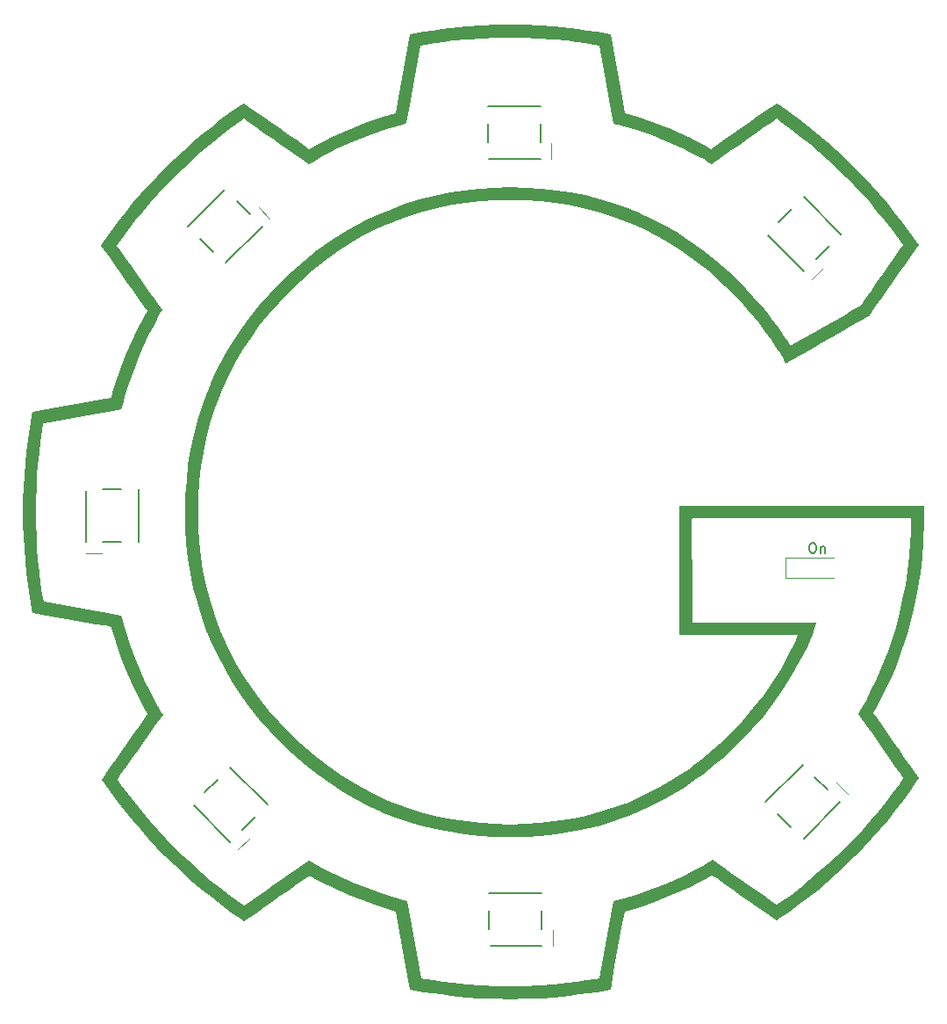
<source format=gbr>
G04 #@! TF.GenerationSoftware,KiCad,Pcbnew,6.0.0-rc1-unknown-7b10490~66~ubuntu16.04.1*
G04 #@! TF.CreationDate,2018-10-31T12:07:25-07:00*
G04 #@! TF.ProjectId,HG_002,48475f30-3032-42e6-9b69-6361645f7063,rev?*
G04 #@! TF.SameCoordinates,Original*
G04 #@! TF.FileFunction,Legend,Top*
G04 #@! TF.FilePolarity,Positive*
%FSLAX46Y46*%
G04 Gerber Fmt 4.6, Leading zero omitted, Abs format (unit mm)*
G04 Created by KiCad (PCBNEW 6.0.0-rc1-unknown-7b10490~66~ubuntu16.04.1) date Wed 31 Oct 2018 12:07:25 PM MST*
%MOMM*%
%LPD*%
G01*
G04 APERTURE LIST*
%ADD10C,0.120000*%
%ADD11C,0.050000*%
%ADD12C,0.152400*%
%ADD13C,0.100000*%
%ADD14C,0.150000*%
G04 APERTURE END LIST*
D10*
G04 #@! TO.C,On*
X175335000Y-101920000D02*
X175335000Y-103820000D01*
X175335000Y-103820000D02*
X180035000Y-103820000D01*
X175335000Y-101920000D02*
X180035000Y-101920000D01*
D11*
G04 #@! TO.C,LED1*
X178978078Y-73966291D02*
X177917417Y-75026951D01*
D12*
X175972167Y-68288931D02*
X174714931Y-69546167D01*
X177139600Y-74305702D02*
X173637300Y-70803403D01*
X177139600Y-67121498D02*
X180731702Y-70713600D01*
X179564269Y-71881033D02*
X178307033Y-73138269D01*
G04 #@! TO.C,LED2*
X151714200Y-60071000D02*
X151714200Y-61849000D01*
X146634200Y-58420000D02*
X151714200Y-58420000D01*
X151714200Y-63500000D02*
X146761200Y-63500000D01*
X146634200Y-60071000D02*
X146634200Y-61849000D01*
D11*
X152774200Y-61960000D02*
X152774200Y-63460000D01*
D12*
G04 #@! TO.C,LED3*
X122452433Y-67552331D02*
X123709669Y-68809567D01*
X117692898Y-69977000D02*
X121285000Y-66384898D01*
X124877102Y-69977000D02*
X121374803Y-73479300D01*
X118860331Y-71144433D02*
X120117567Y-72401669D01*
D11*
X124537691Y-68138522D02*
X125598351Y-69199183D01*
D12*
G04 #@! TO.C,LED4*
X111277400Y-100380800D02*
X109499400Y-100380800D01*
X112928400Y-95300800D02*
X112928400Y-100380800D01*
X107848400Y-100380800D02*
X107848400Y-95427800D01*
X111277400Y-95300800D02*
X109499400Y-95300800D01*
D11*
X109388400Y-101440800D02*
X107888400Y-101440800D01*
G04 #@! TO.C,LED5*
X123608102Y-128961249D02*
X122547441Y-130021909D01*
D12*
X120602191Y-123283889D02*
X119344955Y-124541125D01*
X121769624Y-129300660D02*
X118267324Y-125798361D01*
X121769624Y-122116456D02*
X125361726Y-125708558D01*
X124194293Y-126875991D02*
X122937057Y-128133227D01*
G04 #@! TO.C,LED6*
X151841200Y-135915400D02*
X151841200Y-137693400D01*
X146761200Y-134264400D02*
X151841200Y-134264400D01*
X151841200Y-139344400D02*
X146888200Y-139344400D01*
X146761200Y-135915400D02*
X146761200Y-137693400D01*
D11*
X152901200Y-137804400D02*
X152901200Y-139304400D01*
G04 #@! TO.C,LED7*
X180265291Y-123612122D02*
X181325951Y-124672783D01*
D12*
X174587931Y-126618033D02*
X175845167Y-127875269D01*
X180604702Y-125450600D02*
X177102403Y-128952900D01*
X173420498Y-125450600D02*
X177012600Y-121858498D01*
X178180033Y-123025931D02*
X179437269Y-124283167D01*
D13*
G04 #@! TO.C,svg2mod*
G36*
X148792460Y-50519130D02*
X150161738Y-51773940D01*
X151554316Y-51830540D01*
X152966426Y-51924240D01*
X154392207Y-52057060D01*
X155202754Y-52162520D01*
X156044551Y-52289480D01*
X156919551Y-52437920D01*
X157409785Y-52529720D01*
X157675410Y-53992610D01*
X158015254Y-55877380D01*
X158357051Y-57762140D01*
X158767207Y-60035580D01*
X159150019Y-60135180D01*
X160720332Y-60586350D01*
X162298457Y-61125420D01*
X163878535Y-61748460D01*
X165466426Y-62459400D01*
X166228144Y-62846120D01*
X166890254Y-63195730D01*
X167442988Y-63502370D01*
X167880488Y-63762130D01*
X168226191Y-63976980D01*
X170132441Y-62642990D01*
X170917598Y-62094160D01*
X171704707Y-61545340D01*
X172489863Y-60996510D01*
X173275019Y-60445730D01*
X174062129Y-59896900D01*
X174493769Y-59596120D01*
X175046504Y-59978930D01*
X175941035Y-60633230D01*
X176827754Y-61314870D01*
X177706660Y-62027760D01*
X178577754Y-62769950D01*
X179441035Y-63543380D01*
X180298457Y-64344160D01*
X180939082Y-64971120D01*
X181064116Y-65090840D01*
X181197986Y-65228040D01*
X181329702Y-65355880D01*
X181935171Y-65976980D01*
X182704702Y-66801200D01*
X183456655Y-67642990D01*
X184191030Y-68502370D01*
X184905874Y-69381270D01*
X185603139Y-70275810D01*
X186282827Y-71189870D01*
X186696889Y-71773850D01*
X186398061Y-72201590D01*
X185847280Y-72986740D01*
X185298452Y-73773850D01*
X184749624Y-74559010D01*
X184200796Y-75344160D01*
X183650014Y-76129320D01*
X183101186Y-76916430D01*
X182630483Y-77590260D01*
X181829702Y-78059010D01*
X180907827Y-78594160D01*
X179978139Y-79125420D01*
X179044546Y-79656660D01*
X178107046Y-80187920D01*
X177169546Y-80717210D01*
X176233999Y-81244560D01*
X175821889Y-81478930D01*
X175579702Y-81090260D01*
X175284780Y-80639090D01*
X174982046Y-80189870D01*
X174669546Y-79740650D01*
X174347280Y-79291430D01*
X174015249Y-78846120D01*
X173673452Y-78398850D01*
X173671452Y-78396850D01*
X173667552Y-78392850D01*
X173306223Y-77945590D01*
X173306223Y-77943590D01*
X172948802Y-77515860D01*
X172599192Y-77107660D01*
X172255442Y-76717030D01*
X171917552Y-76347890D01*
X171587473Y-75998280D01*
X171261302Y-75666250D01*
X170954661Y-75367420D01*
X170942941Y-75355720D01*
X170407785Y-74826430D01*
X169841379Y-74295180D01*
X168657785Y-73261970D01*
X167403879Y-72269790D01*
X166081613Y-71316660D01*
X166075713Y-71312660D01*
X166069813Y-71308660D01*
X164817860Y-70519600D01*
X163603016Y-69816470D01*
X162421376Y-69199280D01*
X161274891Y-68669990D01*
X161265091Y-68665990D01*
X161026809Y-68572290D01*
X160798294Y-68482490D01*
X160567825Y-68392590D01*
X160343216Y-68302790D01*
X160339316Y-68300790D01*
X158946738Y-67785160D01*
X157519004Y-67341800D01*
X156060020Y-66974610D01*
X154577598Y-66683600D01*
X153222129Y-66470710D01*
X151806113Y-66320320D01*
X150329551Y-66230520D01*
X148792442Y-66199320D01*
X147265098Y-66230520D01*
X145792442Y-66320320D01*
X144372520Y-66470710D01*
X143007285Y-66683600D01*
X141513145Y-66976570D01*
X140048301Y-67349610D01*
X138620566Y-67802740D01*
X137233848Y-68333990D01*
X137015098Y-68419890D01*
X136786582Y-68509690D01*
X136556113Y-68599490D01*
X136319785Y-68693190D01*
X136311985Y-68697190D01*
X135103000Y-69244070D01*
X133899875Y-69863210D01*
X132702610Y-70552660D01*
X131509250Y-71310470D01*
X131505350Y-71312470D01*
X131501450Y-71316470D01*
X130179184Y-72269600D01*
X128925278Y-73261780D01*
X127741684Y-74294990D01*
X126628403Y-75369210D01*
X125554184Y-76488350D01*
X124546372Y-77636780D01*
X123606919Y-78812570D01*
X122735825Y-80013740D01*
X121931137Y-81240300D01*
X121196762Y-82492250D01*
X120532700Y-83769600D01*
X119935044Y-85072330D01*
X119935044Y-85074330D01*
X119888174Y-85183710D01*
X119843254Y-85291130D01*
X119798334Y-85398550D01*
X119753414Y-85507930D01*
X119708494Y-85615350D01*
X119663574Y-85722770D01*
X119616704Y-85830190D01*
X119569834Y-85943470D01*
X119567834Y-85949470D01*
X119067834Y-87299080D01*
X118636194Y-88676040D01*
X118269006Y-90080330D01*
X117970178Y-91510020D01*
X117737756Y-92967050D01*
X117571740Y-94451430D01*
X117472130Y-95961190D01*
X117438930Y-97498300D01*
X117470180Y-99015880D01*
X117567840Y-100510020D01*
X117729950Y-101980720D01*
X117954559Y-103427990D01*
X118247528Y-104853770D01*
X118602996Y-106254160D01*
X119024871Y-107633070D01*
X119509246Y-108986580D01*
X119515146Y-108996580D01*
X119571786Y-109129390D01*
X119622566Y-109250490D01*
X119675296Y-109371580D01*
X119728026Y-109494630D01*
X119778806Y-109615720D01*
X119831536Y-109736810D01*
X119884266Y-109859860D01*
X119936996Y-109980950D01*
X119936996Y-109982950D01*
X120550277Y-111309120D01*
X121229965Y-112602090D01*
X121972152Y-113861850D01*
X122776839Y-115088420D01*
X123645980Y-116281770D01*
X124579574Y-117441930D01*
X125575668Y-118568880D01*
X126626449Y-119652870D01*
X127794418Y-120791540D01*
X129003402Y-121848180D01*
X130253402Y-122822790D01*
X131542465Y-123717320D01*
X132704574Y-124475130D01*
X133901839Y-125178260D01*
X135118636Y-125822790D01*
X136358871Y-126406770D01*
X136374501Y-126414770D01*
X136614735Y-126504570D01*
X136837391Y-126588570D01*
X137060048Y-126670570D01*
X137282704Y-126754570D01*
X138710438Y-127266290D01*
X140151844Y-127703790D01*
X141595204Y-128063170D01*
X143044423Y-128344410D01*
X144437001Y-128565120D01*
X145864735Y-128725270D01*
X147317860Y-128820970D01*
X148792470Y-128852170D01*
X150269032Y-128820970D01*
X151724110Y-128725270D01*
X153161610Y-128565120D01*
X154575673Y-128342460D01*
X156073720Y-128049490D01*
X157552235Y-127682310D01*
X159001454Y-127240900D01*
X160423329Y-126723320D01*
X160427229Y-126721320D01*
X160634260Y-126635420D01*
X160835432Y-126553420D01*
X161036604Y-126469420D01*
X161247542Y-126381520D01*
X161255342Y-126379520D01*
X162460420Y-125809210D01*
X163663545Y-125182260D01*
X164265108Y-124844360D01*
X164866670Y-124494760D01*
X165466280Y-124127570D01*
X166067842Y-123746710D01*
X166073742Y-123740710D01*
X166081542Y-123736710D01*
X166733886Y-123275780D01*
X167374511Y-122801170D01*
X168001464Y-122312890D01*
X168616698Y-121810930D01*
X169220214Y-121293350D01*
X169812011Y-120762100D01*
X170390136Y-120215230D01*
X170952636Y-119658590D01*
X172114745Y-118441790D01*
X173198730Y-117193740D01*
X174204589Y-115916400D01*
X175132323Y-114607810D01*
X175979980Y-113269920D01*
X176747558Y-111900780D01*
X177435058Y-110502340D01*
X178044433Y-109074600D01*
X178050333Y-109059000D01*
X178058133Y-109033600D01*
X178062033Y-109023600D01*
X178065933Y-109013600D01*
X178069833Y-109001900D01*
X178071833Y-108991900D01*
X178075733Y-108981900D01*
X178079633Y-108970200D01*
X178356977Y-108144030D01*
X176024945Y-108144030D01*
X174554242Y-108144030D01*
X173083539Y-108144030D01*
X171612836Y-108144030D01*
X170142133Y-108144030D01*
X168671430Y-108144030D01*
X167200727Y-108144030D01*
X166353070Y-108144030D01*
X166353070Y-107948710D01*
X166351070Y-106593240D01*
X166347170Y-104884260D01*
X166339370Y-103009260D01*
X166335470Y-101147930D01*
X166333470Y-100280740D01*
X166333470Y-99487780D01*
X166335470Y-98790510D01*
X166337470Y-98212390D01*
X166339470Y-98116690D01*
X167130486Y-98116690D01*
X168528924Y-98116690D01*
X169929314Y-98116690D01*
X171327752Y-98116690D01*
X172728142Y-98116690D01*
X174126580Y-98116690D01*
X175526970Y-98116690D01*
X176925408Y-98116690D01*
X178325799Y-98116690D01*
X179724236Y-98116690D01*
X181124627Y-98116690D01*
X182523064Y-98116690D01*
X183923455Y-98116690D01*
X185321892Y-98116690D01*
X186722283Y-98116690D01*
X187495720Y-98116690D01*
X187495720Y-98220210D01*
X187478140Y-98937010D01*
X187448840Y-99651850D01*
X187407820Y-100360830D01*
X187290632Y-101770990D01*
X187126570Y-103165520D01*
X186913679Y-104544430D01*
X186655867Y-105909660D01*
X186349226Y-107259270D01*
X185995710Y-108593250D01*
X185997710Y-108591250D01*
X185667632Y-109667420D01*
X185312163Y-110724060D01*
X184927397Y-111757270D01*
X184513335Y-112768990D01*
X184071928Y-113759220D01*
X183603178Y-114726020D01*
X183107085Y-115673280D01*
X182581694Y-116597110D01*
X182380522Y-116940860D01*
X183153960Y-118048280D01*
X183698882Y-118831490D01*
X184245756Y-119612740D01*
X184790678Y-120395940D01*
X185337553Y-121177190D01*
X185882475Y-121960390D01*
X186427397Y-122741640D01*
X186728178Y-123171330D01*
X186343413Y-123724060D01*
X185689116Y-124618600D01*
X185007475Y-125503360D01*
X184294585Y-126382270D01*
X183552397Y-127255310D01*
X182778960Y-128118600D01*
X181978178Y-128976020D01*
X181150053Y-129821720D01*
X180277006Y-130665470D01*
X179403960Y-131476020D01*
X178528960Y-132251410D01*
X177657866Y-132991640D01*
X176784819Y-133700630D01*
X175913725Y-134374460D01*
X175042632Y-135013130D01*
X174519194Y-135376410D01*
X174095366Y-135081490D01*
X173316069Y-134538520D01*
X172536772Y-133997500D01*
X171759428Y-133454530D01*
X170980132Y-132911560D01*
X170200835Y-132368600D01*
X169423491Y-131827580D01*
X168333647Y-131067810D01*
X167679350Y-131417420D01*
X167359038Y-131587350D01*
X167038725Y-131757270D01*
X166720366Y-131927190D01*
X166400053Y-132099060D01*
X166079741Y-132268990D01*
X165759428Y-132438910D01*
X165441069Y-132608830D01*
X164685210Y-132956490D01*
X163900053Y-133296330D01*
X162319975Y-133915470D01*
X160726225Y-134458440D01*
X159120756Y-134921330D01*
X158737944Y-135020930D01*
X158335600Y-137288510D01*
X158001616Y-139165460D01*
X157667632Y-141044370D01*
X157411772Y-142479910D01*
X156985991Y-142542410D01*
X156116850Y-142667410D01*
X155247710Y-142792410D01*
X154378569Y-142917410D01*
X152966460Y-143046320D01*
X151554350Y-143142020D01*
X150161772Y-143198620D01*
X148792632Y-143218120D01*
X147435210Y-143198620D01*
X147433210Y-143198620D01*
X146050398Y-143142020D01*
X144644148Y-143046320D01*
X143233992Y-142917410D01*
X142364851Y-142792410D01*
X141495710Y-142667410D01*
X140626570Y-142542410D01*
X140200789Y-142479910D01*
X139944929Y-141036550D01*
X139610945Y-139151790D01*
X139276960Y-137268980D01*
X138874617Y-134995540D01*
X138493757Y-134893980D01*
X136823836Y-134409600D01*
X135208601Y-133860770D01*
X133651960Y-133247490D01*
X132157820Y-132573660D01*
X132150020Y-132569660D01*
X131382442Y-132180990D01*
X130716427Y-131835280D01*
X130161739Y-131536450D01*
X129718380Y-131286450D01*
X129376583Y-131085280D01*
X127485958Y-132403640D01*
X126704708Y-132950520D01*
X125921505Y-133495440D01*
X125140255Y-134042310D01*
X124357052Y-134587240D01*
X123575802Y-135134110D01*
X123144161Y-135434890D01*
X122601192Y-135059890D01*
X121714473Y-134413410D01*
X120825802Y-133733720D01*
X119939083Y-133018880D01*
X119054317Y-132270830D01*
X118169552Y-131489580D01*
X117286739Y-130673170D01*
X116405880Y-129821610D01*
X115587520Y-128973950D01*
X114794552Y-128118490D01*
X114030880Y-127259110D01*
X113296505Y-126397780D01*
X112593380Y-125534500D01*
X111921505Y-124669270D01*
X111280880Y-123802080D01*
X110915645Y-123282550D01*
X111214473Y-122854810D01*
X111763302Y-122073560D01*
X112312130Y-121290360D01*
X112862911Y-120509110D01*
X113411739Y-119725910D01*
X113960567Y-118944660D01*
X114509395Y-118161450D01*
X115288692Y-117052080D01*
X115085567Y-116708330D01*
X114540645Y-115757160D01*
X114028927Y-114788410D01*
X113548458Y-113800130D01*
X113099239Y-112796220D01*
X112681270Y-111772780D01*
X112294552Y-110731770D01*
X111939083Y-109671220D01*
X111616817Y-108593090D01*
X111614817Y-108591090D01*
X111585517Y-108493490D01*
X111558177Y-108399790D01*
X111530837Y-108306090D01*
X111503497Y-108210390D01*
X111474197Y-108116690D01*
X111446857Y-108022990D01*
X111419517Y-107929290D01*
X111282798Y-107466400D01*
X109960532Y-107237890D01*
X109019126Y-107075780D01*
X108077720Y-106911710D01*
X107134361Y-106747650D01*
X106192955Y-106585540D01*
X105249595Y-106421480D01*
X104308189Y-106257420D01*
X103794517Y-106169520D01*
X103675377Y-105487880D01*
X103507408Y-104374600D01*
X103366783Y-103253500D01*
X103251548Y-102122640D01*
X103161704Y-100980060D01*
X103097251Y-99829670D01*
X103058188Y-98667560D01*
X103044516Y-97497640D01*
X103044516Y-97495640D01*
X103044516Y-97491640D01*
X103044516Y-97487640D01*
X103044516Y-97485640D01*
X103044516Y-97481640D01*
X103044516Y-97479640D01*
X103044516Y-97475640D01*
X103044516Y-97473640D01*
X103058188Y-96329110D01*
X103095297Y-95190440D01*
X103157797Y-94057630D01*
X103243734Y-92930680D01*
X103355063Y-91811540D01*
X103493734Y-90698250D01*
X103653891Y-89590830D01*
X103769125Y-88911140D01*
X104284750Y-88821340D01*
X105232016Y-88653370D01*
X106177328Y-88487360D01*
X107122641Y-88319390D01*
X108067952Y-88153370D01*
X109013266Y-87985400D01*
X109960531Y-87819390D01*
X111294516Y-87583060D01*
X111396077Y-87202200D01*
X111728109Y-86028370D01*
X112095297Y-84876030D01*
X112497641Y-83745170D01*
X112935141Y-82633840D01*
X113405843Y-81544000D01*
X113913656Y-80475640D01*
X114454671Y-79426810D01*
X115030843Y-78399470D01*
X115232015Y-78057670D01*
X114454671Y-76946340D01*
X113905843Y-76161180D01*
X113357015Y-75374080D01*
X112806234Y-74588920D01*
X112257406Y-73803760D01*
X111708577Y-73016650D01*
X111159749Y-72231500D01*
X110858968Y-71801810D01*
X111269124Y-71217820D01*
X111942952Y-70303760D01*
X112638266Y-69405320D01*
X113353108Y-68524470D01*
X114087483Y-67661180D01*
X114841390Y-66815480D01*
X115614827Y-65985400D01*
X116405843Y-65176810D01*
X116407843Y-65174810D01*
X116409843Y-65172810D01*
X117243827Y-64370080D01*
X118093437Y-63584920D01*
X118954765Y-62823200D01*
X119829765Y-62082970D01*
X120714530Y-61366170D01*
X121612968Y-60670860D01*
X122521171Y-59998990D01*
X123093437Y-59594690D01*
X123523124Y-59895470D01*
X124308280Y-60444300D01*
X125095390Y-60995080D01*
X125880546Y-61543910D01*
X126665702Y-62092730D01*
X127450859Y-62641560D01*
X129349297Y-63967730D01*
X129691094Y-63768520D01*
X130134453Y-63516560D01*
X130689140Y-63217730D01*
X131355156Y-62872030D01*
X132130547Y-62479450D01*
X133685234Y-61784140D01*
X135261406Y-61157190D01*
X136847344Y-60606410D01*
X138441094Y-60131800D01*
X138818047Y-60028280D01*
X139228203Y-57760700D01*
X139570000Y-55875940D01*
X139909844Y-53991170D01*
X140173515Y-52528280D01*
X140665703Y-52436480D01*
X141540703Y-52288040D01*
X142382500Y-52161080D01*
X143193047Y-52055620D01*
X144616875Y-51922800D01*
X146030937Y-51829100D01*
X147421562Y-51772500D01*
X148792656Y-51753000D01*
X148792598Y-51754440D01*
X150161738Y-51773940D01*
X148792460Y-50519130D01*
X147388163Y-50536730D01*
X145964334Y-50595330D01*
X144519022Y-50693030D01*
X143054178Y-50827800D01*
X143048278Y-50827800D01*
X143044378Y-50827800D01*
X142208440Y-50937170D01*
X141345159Y-51068030D01*
X140448675Y-51220370D01*
X139522893Y-51392250D01*
X139106878Y-51472350D01*
X138690862Y-53773130D01*
X138351018Y-55657890D01*
X138009221Y-57542660D01*
X137737737Y-59052430D01*
X136466253Y-59431330D01*
X134829534Y-59999690D01*
X133202581Y-60646180D01*
X131587346Y-61368830D01*
X131581446Y-61372830D01*
X131575546Y-61374830D01*
X130790389Y-61773270D01*
X130110702Y-62126790D01*
X129536483Y-62435380D01*
X129413436Y-62505680D01*
X128161483Y-61630680D01*
X127374374Y-61081850D01*
X126589217Y-60531070D01*
X125804061Y-59982240D01*
X125016952Y-59433420D01*
X124231796Y-58884590D01*
X123095077Y-58087710D01*
X122739608Y-58331850D01*
X121796249Y-58997870D01*
X120864608Y-59687320D01*
X119946639Y-60398260D01*
X119038436Y-61132630D01*
X118145858Y-61890450D01*
X117263046Y-62669740D01*
X116393905Y-63472480D01*
X115536483Y-64296700D01*
X115534483Y-64298700D01*
X115532483Y-64300700D01*
X114719983Y-65132730D01*
X113927014Y-65984300D01*
X113153577Y-66851480D01*
X112399670Y-67736250D01*
X111667249Y-68638590D01*
X110956311Y-69560470D01*
X110262952Y-70497970D01*
X109591077Y-71453050D01*
X109348889Y-71806560D01*
X110143811Y-72943280D01*
X110692639Y-73730390D01*
X111243420Y-74515550D01*
X111792249Y-75300700D01*
X112341077Y-76087810D01*
X112891858Y-76872970D01*
X113440686Y-77658120D01*
X113766858Y-78124920D01*
X113364514Y-78841720D01*
X112803967Y-79929610D01*
X112278577Y-81037030D01*
X111790295Y-82163980D01*
X111337170Y-83314380D01*
X110921155Y-84484300D01*
X110542249Y-85675700D01*
X110307873Y-86503830D01*
X109743420Y-86603430D01*
X108798108Y-86769440D01*
X107852795Y-86937410D01*
X106907483Y-87103430D01*
X105962171Y-87271400D01*
X105016858Y-87437410D01*
X104069593Y-87603430D01*
X102700452Y-87845610D01*
X102622327Y-88269440D01*
X102430921Y-89400300D01*
X102264905Y-90535070D01*
X102126233Y-91677650D01*
X102010999Y-92824130D01*
X101921155Y-93978430D01*
X101856702Y-95138580D01*
X101819593Y-96304600D01*
X101805921Y-97476470D01*
X101805921Y-97478470D01*
X101805921Y-97482470D01*
X101805921Y-97484470D01*
X101805921Y-97488470D01*
X101805921Y-97490470D01*
X101805921Y-97494470D01*
X101805921Y-97498470D01*
X101805921Y-97500470D01*
X101819593Y-98697740D01*
X101858656Y-99887190D01*
X101925062Y-101066880D01*
X102016859Y-102236800D01*
X102136000Y-103396960D01*
X102282484Y-104547350D01*
X102452406Y-105689930D01*
X102651625Y-106820780D01*
X102729750Y-107242660D01*
X104096937Y-107480940D01*
X105038343Y-107643050D01*
X105981703Y-107807110D01*
X106923109Y-107971170D01*
X107864515Y-108133280D01*
X108807874Y-108297350D01*
X109749281Y-108461410D01*
X110313734Y-108559110D01*
X110315734Y-108565110D01*
X110343074Y-108660810D01*
X110370414Y-108754510D01*
X110399714Y-108848210D01*
X110427054Y-108941910D01*
X110759085Y-110049330D01*
X111126273Y-111146990D01*
X111526663Y-112225110D01*
X111960257Y-113285660D01*
X112425101Y-114326670D01*
X112925101Y-115352060D01*
X113456351Y-116355970D01*
X113819632Y-116992690D01*
X113497367Y-117453630D01*
X112946585Y-118234880D01*
X112397757Y-119018080D01*
X111848929Y-119801280D01*
X111300272Y-120581630D01*
X110749491Y-121364840D01*
X110200663Y-122146090D01*
X109403788Y-123280850D01*
X109647928Y-123634370D01*
X110276834Y-124528900D01*
X110935038Y-125419520D01*
X111624491Y-126308200D01*
X112345194Y-127191010D01*
X113095194Y-128073820D01*
X113876444Y-128952730D01*
X114688944Y-129827730D01*
X115530741Y-130698820D01*
X115532741Y-130702820D01*
X115536641Y-130706820D01*
X116437032Y-131575960D01*
X117339375Y-132409950D01*
X118243672Y-133210730D01*
X119151875Y-133976350D01*
X120060079Y-134708780D01*
X120972188Y-135407990D01*
X121886251Y-136074010D01*
X122802266Y-136704870D01*
X123153829Y-136939250D01*
X124284688Y-136152140D01*
X125065938Y-135605260D01*
X125849141Y-135060340D01*
X126630391Y-134513460D01*
X127413594Y-133968540D01*
X128194844Y-133421670D01*
X129438985Y-132552530D01*
X129563985Y-132622830D01*
X130138204Y-132933380D01*
X130817891Y-133286890D01*
X131605001Y-133683380D01*
X131608901Y-133685380D01*
X131612801Y-133687380D01*
X133169442Y-134390510D01*
X134782723Y-135025270D01*
X136450692Y-135591680D01*
X137790535Y-135980350D01*
X138058113Y-137486210D01*
X138392098Y-139370980D01*
X138726082Y-141255740D01*
X139138192Y-143579960D01*
X140450692Y-143769410D01*
X141319832Y-143894410D01*
X142188973Y-144019410D01*
X143069832Y-144146370D01*
X143081552Y-144148370D01*
X144544443Y-144283130D01*
X145983896Y-144380830D01*
X147399911Y-144437430D01*
X148792490Y-144456930D01*
X150196786Y-144437430D01*
X151620614Y-144380830D01*
X153065927Y-144283130D01*
X154530771Y-144148370D01*
X154542491Y-144146370D01*
X155423350Y-144019410D01*
X156292491Y-143894410D01*
X157161631Y-143769410D01*
X158474131Y-143581910D01*
X158886241Y-141263550D01*
X159220225Y-139384650D01*
X159554209Y-137507690D01*
X159819834Y-136009650D01*
X161097178Y-135642460D01*
X162745615Y-135081910D01*
X164378428Y-134439340D01*
X165188975Y-134087770D01*
X165995615Y-133716680D01*
X166009285Y-133710680D01*
X166341317Y-133532940D01*
X166661629Y-133363020D01*
X166981942Y-133193100D01*
X167302254Y-133023180D01*
X167620613Y-132853260D01*
X167940926Y-132681380D01*
X168247567Y-132519270D01*
X168714363Y-132845440D01*
X169493660Y-133388410D01*
X170272957Y-133929430D01*
X171052254Y-134472400D01*
X171829598Y-135015370D01*
X172608895Y-135556380D01*
X173388192Y-136099350D01*
X174515145Y-136884510D01*
X174866707Y-136646230D01*
X175763192Y-136023180D01*
X176659676Y-135364980D01*
X177554207Y-134673570D01*
X178448739Y-133947010D01*
X179341317Y-133187240D01*
X180235848Y-132394270D01*
X181126473Y-131566150D01*
X182019051Y-130706770D01*
X182021051Y-130704770D01*
X182023051Y-130702770D01*
X182872661Y-129833630D01*
X183692973Y-128956670D01*
X184483989Y-128069950D01*
X185245707Y-127177380D01*
X185978129Y-126275030D01*
X186679301Y-125364880D01*
X187353129Y-124444950D01*
X187995707Y-123519170D01*
X188232036Y-123165660D01*
X187442973Y-122036750D01*
X186898051Y-121253550D01*
X186351176Y-120472300D01*
X185806254Y-119689100D01*
X185259379Y-118907840D01*
X184714457Y-118124640D01*
X184167583Y-117341440D01*
X183845317Y-116880500D01*
X184192973Y-116269170D01*
X184708598Y-115286750D01*
X185194926Y-114282840D01*
X185651957Y-113255500D01*
X186079692Y-112208630D01*
X186478129Y-111140270D01*
X186847270Y-110048470D01*
X187187114Y-108937140D01*
X187187114Y-108935140D01*
X187187114Y-108933140D01*
X187552348Y-107556180D01*
X187866801Y-106163600D01*
X188134379Y-104755400D01*
X188353129Y-103333530D01*
X188523051Y-101896030D01*
X188644145Y-100444850D01*
X188685165Y-99714390D01*
X188716415Y-98980010D01*
X188733995Y-98241730D01*
X188739895Y-97499540D01*
X188739895Y-96880400D01*
X186722317Y-96880400D01*
X185321926Y-96880400D01*
X183923489Y-96880400D01*
X182523098Y-96880400D01*
X181124661Y-96880400D01*
X179724270Y-96880400D01*
X178325833Y-96880400D01*
X176925442Y-96880400D01*
X175527004Y-96880400D01*
X174126614Y-96880400D01*
X172728176Y-96880400D01*
X171327786Y-96880400D01*
X169929348Y-96880400D01*
X168528958Y-96880400D01*
X167130520Y-96880400D01*
X165140286Y-96880400D01*
X165112946Y-97470240D01*
X165105146Y-97761260D01*
X165105146Y-97763260D01*
X165099246Y-98206620D01*
X165097246Y-98788650D01*
X165095246Y-99487870D01*
X165095246Y-100284750D01*
X165097246Y-101151940D01*
X165103146Y-103015220D01*
X165109046Y-104892170D01*
X165114946Y-106597250D01*
X165116946Y-107948810D01*
X165113046Y-108755450D01*
X165103246Y-109384360D01*
X167200903Y-109384360D01*
X168671606Y-109384360D01*
X170142309Y-109384360D01*
X171613012Y-109384360D01*
X173083715Y-109384360D01*
X174554418Y-109384360D01*
X176025121Y-109384360D01*
X176568090Y-109384360D01*
X176310278Y-109987870D01*
X175652074Y-111325760D01*
X174915746Y-112636310D01*
X174103246Y-113919510D01*
X173212621Y-115177330D01*
X172245824Y-116405840D01*
X171200903Y-117608970D01*
X170077856Y-118784750D01*
X170075856Y-118786750D01*
X170073856Y-118786750D01*
X169528934Y-119327770D01*
X168972293Y-119853160D01*
X168403934Y-120364880D01*
X167823856Y-120862920D01*
X167230106Y-121347300D01*
X166624637Y-121818000D01*
X166009402Y-122275030D01*
X165380496Y-122718390D01*
X164812137Y-123077770D01*
X164232059Y-123431280D01*
X163650027Y-123771130D01*
X163069949Y-124097300D01*
X161909793Y-124702770D01*
X160749637Y-125249640D01*
X160564090Y-125325840D01*
X160362918Y-125409840D01*
X160161746Y-125491840D01*
X159968387Y-125571940D01*
X159966387Y-125571940D01*
X159958587Y-125575940D01*
X158608978Y-126066180D01*
X157222259Y-126490010D01*
X155806243Y-126843520D01*
X154362884Y-127124770D01*
X154358984Y-127124770D01*
X154355084Y-127124770D01*
X152995708Y-127339620D01*
X151616802Y-127491960D01*
X150214458Y-127583760D01*
X148792584Y-127614960D01*
X147370708Y-127585660D01*
X145974224Y-127491960D01*
X144603130Y-127339620D01*
X143257427Y-127124770D01*
X143253527Y-127124770D01*
X143247627Y-127122770D01*
X141862861Y-126855190D01*
X140480049Y-126511440D01*
X139101142Y-126093470D01*
X137722236Y-125599330D01*
X137720236Y-125597330D01*
X137493673Y-125513330D01*
X137271017Y-125429330D01*
X137048361Y-125345330D01*
X136860861Y-125276930D01*
X136853061Y-125272930D01*
X135673374Y-124716290D01*
X134505405Y-124099100D01*
X133356968Y-123423320D01*
X132230015Y-122688950D01*
X132224115Y-122684950D01*
X132218215Y-122680950D01*
X130987746Y-121827440D01*
X129792434Y-120893840D01*
X128634230Y-119882120D01*
X127511184Y-118790330D01*
X127507284Y-118786330D01*
X127503384Y-118782330D01*
X126483853Y-117727650D01*
X125524868Y-116645620D01*
X124630337Y-115530380D01*
X123794400Y-114383900D01*
X123022915Y-113208120D01*
X122311978Y-112001090D01*
X121661587Y-110760850D01*
X121073697Y-109493270D01*
X121071697Y-109491270D01*
X121020917Y-109372130D01*
X120970137Y-109251040D01*
X120917407Y-109127990D01*
X120864677Y-109006890D01*
X120813897Y-108885800D01*
X120761167Y-108762750D01*
X120708437Y-108641660D01*
X120665467Y-108540100D01*
X120198671Y-107243220D01*
X119794374Y-105920960D01*
X119452577Y-104577210D01*
X119173280Y-103210020D01*
X118956483Y-101817440D01*
X118800233Y-100401430D01*
X118706483Y-98961970D01*
X118675233Y-97499080D01*
X118708433Y-96016660D01*
X118804133Y-94561580D01*
X118964289Y-93135800D01*
X119186946Y-91735410D01*
X119474055Y-90364320D01*
X119825618Y-89018610D01*
X120239680Y-87700250D01*
X120714289Y-86419000D01*
X120718189Y-86407300D01*
X120759209Y-86309600D01*
X120804129Y-86202180D01*
X120849049Y-86094750D01*
X120893969Y-85987330D01*
X120940839Y-85879910D01*
X120985759Y-85770540D01*
X121030679Y-85663110D01*
X121073649Y-85559600D01*
X121075649Y-85555600D01*
X121644008Y-84313420D01*
X122280727Y-83092710D01*
X122983852Y-81893490D01*
X123753383Y-80717710D01*
X124591274Y-79563420D01*
X125495570Y-78434510D01*
X126468227Y-77327090D01*
X127507289Y-76241150D01*
X127507289Y-76239150D01*
X127509289Y-76239150D01*
X128579602Y-75207900D01*
X129718274Y-74213760D01*
X130925305Y-73256720D01*
X132204602Y-72336800D01*
X133343274Y-71612190D01*
X134491711Y-70952040D01*
X135642102Y-70360240D01*
X136780774Y-69842660D01*
X136786674Y-69840660D01*
X136794474Y-69836660D01*
X137009317Y-69752660D01*
X137239786Y-69662760D01*
X137468302Y-69572960D01*
X137704630Y-69479260D01*
X137710530Y-69477260D01*
X139030843Y-68971400D01*
X140388265Y-68541710D01*
X141784749Y-68184290D01*
X143220296Y-67903040D01*
X143224196Y-67903040D01*
X143228096Y-67901040D01*
X144532784Y-67699860D01*
X145894112Y-67555330D01*
X147314034Y-67467430D01*
X148792550Y-67438130D01*
X150278878Y-67467430D01*
X151702706Y-67555330D01*
X153062081Y-67699860D01*
X154355050Y-67901040D01*
X154358950Y-67903040D01*
X154362850Y-67903040D01*
X155788631Y-68184290D01*
X157185116Y-68535850D01*
X158548397Y-68957730D01*
X159882381Y-69451870D01*
X159884381Y-69453870D01*
X160114850Y-69543670D01*
X160345319Y-69635470D01*
X160573835Y-69725270D01*
X160804303Y-69815170D01*
X161874616Y-70311260D01*
X163005475Y-70901110D01*
X164177350Y-71578840D01*
X165392194Y-72344460D01*
X166657819Y-73256570D01*
X167866803Y-74215560D01*
X169005475Y-75207750D01*
X169548444Y-75719460D01*
X170073835Y-76239000D01*
X170081635Y-76245000D01*
X170087535Y-76251000D01*
X170388317Y-76543960D01*
X170694957Y-76858420D01*
X171011364Y-77190450D01*
X171333629Y-77545920D01*
X171663707Y-77920920D01*
X172003551Y-78315450D01*
X172349254Y-78731460D01*
X172700817Y-79167010D01*
X172696917Y-79159010D01*
X173026995Y-79590650D01*
X173347308Y-80022290D01*
X173659808Y-80455880D01*
X173960589Y-80889480D01*
X174253558Y-81323070D01*
X174534808Y-81756660D01*
X174536808Y-81756660D01*
X174808292Y-82192210D01*
X175071964Y-82627760D01*
X175382511Y-83149240D01*
X175909855Y-82850410D01*
X176841496Y-82323070D01*
X177778996Y-81795730D01*
X178716496Y-81266430D01*
X179655949Y-80735180D01*
X180591496Y-80201980D01*
X181525089Y-79666820D01*
X182452824Y-79129710D01*
X183374699Y-78588700D01*
X183489933Y-78522300D01*
X184116886Y-77625820D01*
X184665714Y-76840660D01*
X185214542Y-76053550D01*
X185763371Y-75268390D01*
X186314152Y-74483240D01*
X186862980Y-73696130D01*
X187411808Y-72910970D01*
X188208683Y-71772300D01*
X187962589Y-71418780D01*
X187284855Y-70463710D01*
X186589542Y-69526210D01*
X185874699Y-68610190D01*
X185140324Y-67709800D01*
X184388371Y-66828940D01*
X183618839Y-65965660D01*
X183048527Y-65356280D01*
X183079777Y-65356280D01*
X182185246Y-64461750D01*
X182023136Y-64295740D01*
X180915714Y-63190270D01*
X180917714Y-63227370D01*
X180277088Y-62629710D01*
X179390370Y-61838700D01*
X178497792Y-61076980D01*
X177595448Y-60344550D01*
X176685292Y-59643380D01*
X175765370Y-58971510D01*
X174839588Y-58326980D01*
X174486073Y-58090650D01*
X173351307Y-58883620D01*
X172566151Y-59432450D01*
X171780995Y-59981270D01*
X170995838Y-60530100D01*
X170208729Y-61080880D01*
X169423573Y-61629710D01*
X168177479Y-62498850D01*
X168056385Y-62426550D01*
X167478260Y-62106230D01*
X166796620Y-61746860D01*
X166007557Y-61346470D01*
X166001657Y-61344470D01*
X165995757Y-61340470D01*
X164359039Y-60608050D01*
X162724273Y-59963520D01*
X161093414Y-59406870D01*
X159847320Y-59049450D01*
X159573883Y-57541640D01*
X159234039Y-55656870D01*
X158892242Y-53772110D01*
X158476226Y-51471330D01*
X158060211Y-51391230D01*
X157134429Y-51219350D01*
X156239898Y-51067010D01*
X155374664Y-50936150D01*
X154540679Y-50826780D01*
X154534779Y-50826780D01*
X154530879Y-50826780D01*
X153066035Y-50692010D01*
X151620722Y-50594310D01*
X150196894Y-50535710D01*
X148792598Y-50518110D01*
X148792460Y-50519130D01*
X148792460Y-50519130D01*
G37*
G04 #@! TO.C,On*
D14*
X177887380Y-100472380D02*
X178077857Y-100472380D01*
X178173095Y-100520000D01*
X178268333Y-100615238D01*
X178315952Y-100805714D01*
X178315952Y-101139047D01*
X178268333Y-101329523D01*
X178173095Y-101424761D01*
X178077857Y-101472380D01*
X177887380Y-101472380D01*
X177792142Y-101424761D01*
X177696904Y-101329523D01*
X177649285Y-101139047D01*
X177649285Y-100805714D01*
X177696904Y-100615238D01*
X177792142Y-100520000D01*
X177887380Y-100472380D01*
X178744523Y-100805714D02*
X178744523Y-101472380D01*
X178744523Y-100900952D02*
X178792142Y-100853333D01*
X178887380Y-100805714D01*
X179030238Y-100805714D01*
X179125476Y-100853333D01*
X179173095Y-100948571D01*
X179173095Y-101472380D01*
G04 #@! TD*
M02*

</source>
